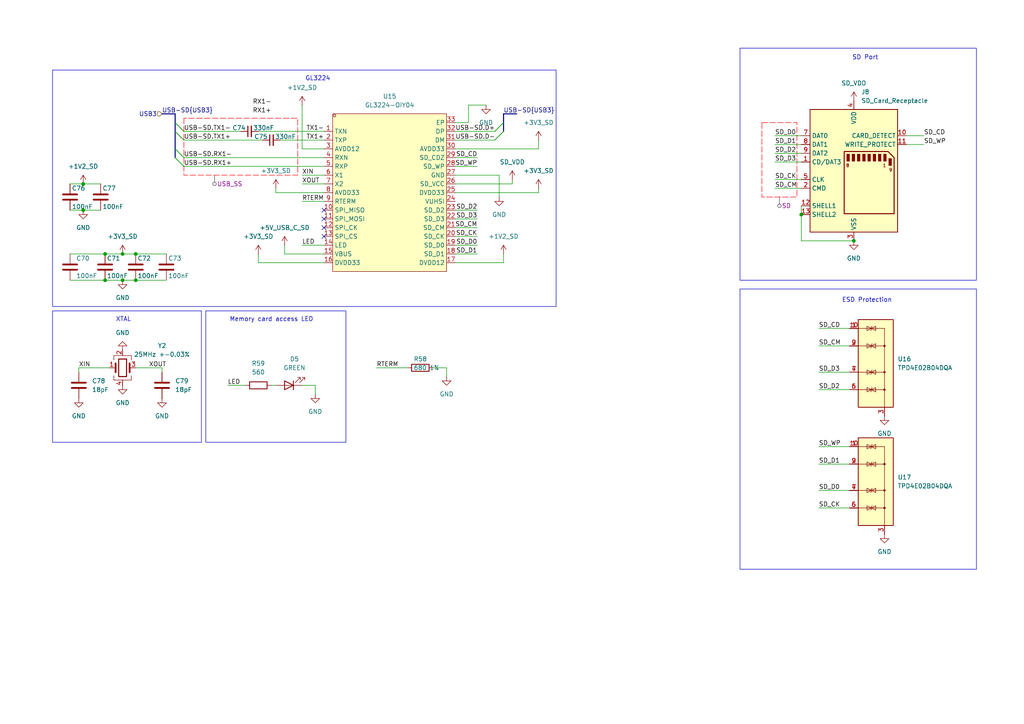
<source format=kicad_sch>
(kicad_sch (version 20250114) (generator "eeschema") (generator_version "9.0")
  (paper "A4")
  (title_block (title "USB Hub"))
  (lib_symbols
    (symbol "Connector:SD_Card_Receptacle"
      (property "Reference" "J" (at -11.938 19.304 0))
      (property "Value" "SD_Card_Receptacle" (at 10.922 -19.558 0))
      (symbol "SD_Card_Receptacle_0_1"
        (rectangle (start -2.032 2.794) (end -1.27 4.826) (fill (type outline)))
        (rectangle (start -0.508 2.794) (end 0.254 4.826) (fill (type outline)))
        (rectangle (start 1.016 2.794) (end 1.778 4.826) (fill (type outline)))
        (rectangle (start 2.54 2.794) (end 3.302 4.826) (fill (type outline)))
        (rectangle (start 4.064 2.794) (end 4.826 4.826) (fill (type outline)))
        (rectangle (start 5.588 2.794) (end 6.35 4.826) (fill (type outline)))
        (rectangle (start 7.112 2.794) (end 7.874 4.826) (fill (type outline)))
        (rectangle (start 8.636 2.794) (end 9.398 4.826) (fill (type outline)))
        (rectangle (start 10.16 1.524) (end 10.922 3.556) (fill (type outline)))
      )
      (symbol "SD_Card_Receptacle_1_1"
        (rectangle (start -12.7 17.78) (end 12.7 -17.78) (stroke (width 0.254)) (fill (type background)))
        (polyline (pts (xy 9.906 5.588) (xy -2.794 5.588) (xy -2.794 -12.446) (xy 11.684 -12.446) (xy 11.684 3.81) (xy 9.906 5.588)) (stroke (width 0.3)))
        (text "8" (at -1.778 1.524 0) (effects (font (size 0.9 0.9))))
        (text "1" (at 8.89 1.524 0) (effects (font (size 0.9 0.9))))
        (text "9" (at 10.668 0.254 0) (effects (font (size 0.9 0.9))))
        (pin bidirectional line (at -15.24 10.16 0) (length 2.54) (name "DAT0") (number "7"))
        (pin bidirectional line (at -15.24 7.62 0) (length 2.54) (name "DAT1") (number "8"))
        (pin bidirectional line (at -15.24 5.08 0) (length 2.54) (name "DAT2") (number "9"))
        (pin bidirectional line (at -15.24 2.54 0) (length 2.54) (name "CD/DAT3") (number "1"))
        (pin input line (at -15.24 -2.54 0) (length 2.54) (name "CLK") (number "5"))
        (pin bidirectional line (at -15.24 -5.08 0) (length 2.54) (name "CMD") (number "2"))
        (pin passive line (at -15.24 -10.16 0) (length 2.54) (name "SHELL1") (number "12"))
        (pin passive line (at -15.24 -12.7 0) (length 2.54) (name "SHELL2") (number "13"))
        (pin power_in line (at 0 20.32 270) (length 2.54) (name "VDD") (number "4"))
        (pin power_in line (at 0 -20.32 90) (length 2.54) (name "VSS") (number "3"))
        (pin passive line (at 0 -20.32 90) (length 2.54) (hide yes) (name "VSS") (number "6"))
        (pin output line (at 15.24 10.16 180) (length 2.54) (name "CARD_DETECT") (number "10"))
        (pin output line (at 15.24 7.62 180) (length 2.54) (name "WRITE_PROTECT") (number "11"))
      )
    )
    (symbol "Device:C" (pin_numbers (hide yes)) (pin_names (offset 0.254))
      (property "Reference" "C" (at 0.635 2.54 0))
      (property "Value" "C" (at 0.635 -2.54 0))
      (symbol "C_0_1"
        (polyline (pts (xy -2.032 0.762) (xy 2.032 0.762)) (stroke (width 0.508)))
        (polyline (pts (xy -2.032 -0.762) (xy 2.032 -0.762)) (stroke (width 0.508)))
      )
      (symbol "C_1_1"
        (pin passive line (at 0 3.81 270) (length 2.794) (name "~") (number "1"))
        (pin passive line (at 0 -3.81 90) (length 2.794) (name "~") (number "2"))
      )
    )
    (symbol "Device:C_Small" (pin_numbers (hide yes)) (pin_names (offset 0.254) (hide yes))
      (property "Reference" "C" (at 0.254 1.778 0))
      (property "Value" "C_Small" (at 0.254 -2.032 0))
      (symbol "C_Small_0_1"
        (polyline (pts (xy -1.524 0.508) (xy 1.524 0.508)) (stroke (width 0.3048)))
        (polyline (pts (xy -1.524 -0.508) (xy 1.524 -0.508)) (stroke (width 0.3302)))
      )
      (symbol "C_Small_1_1"
        (pin passive line (at 0 2.54 270) (length 2.032) (name "~") (number "1"))
        (pin passive line (at 0 -2.54 90) (length 2.032) (name "~") (number "2"))
      )
    )
    (symbol "Device:Crystal_GND23" (pin_names (offset 1.016) (hide yes))
      (property "Reference" "Y2" (at 11.43 6.4202 0))
      (property "Value" "25MHz +-0.03%" (at 11.43 3.8802 0))
      (symbol "Crystal_GND23_0_1"
        (polyline (pts (xy -2.54 2.286) (xy -2.54 3.556) (xy 2.54 3.556) (xy 2.54 2.286)))
        (polyline (pts (xy -2.54 0) (xy -2.032 0)))
        (polyline (pts (xy -2.54 -2.286) (xy -2.54 -3.556) (xy 2.54 -3.556) (xy 2.54 -2.286)))
        (polyline (pts (xy -2.032 -1.27) (xy -2.032 1.27)) (stroke (width 0.508)))
        (rectangle (start -1.143 2.54) (end 1.143 -2.54) (stroke (width 0.3048)))
        (polyline (pts (xy 0 3.556) (xy 0 3.81)))
        (polyline (pts (xy 0 -3.81) (xy 0 -3.556)))
        (polyline (pts (xy 2.032 0) (xy 2.54 0)))
        (polyline (pts (xy 2.032 -1.27) (xy 2.032 1.27)) (stroke (width 0.508)))
      )
      (symbol "Crystal_GND23_1_1"
        (pin passive line (at -3.81 0 0) (length 1.27) (name "1") (number "1"))
        (pin passive line (at 0 5.08 270) (length 1.27) (name "2") (number "2"))
        (pin passive line (at 0 -5.08 90) (length 1.27) (name "4") (number "4"))
        (pin passive line (at 3.81 0 180) (length 1.27) (name "3") (number "3"))
      )
    )
    (symbol "Device:LED" (pin_numbers (hide yes)) (pin_names (offset 1.016) (hide yes))
      (property "Reference" "D" (at 0 2.54 0))
      (property "Value" "LED" (at 0 -2.54 0))
      (symbol "LED_0_1"
        (polyline (pts (xy -3.048 -0.762) (xy -4.572 -2.286) (xy -3.81 -2.286) (xy -4.572 -2.286) (xy -4.572 -1.524)))
        (polyline (pts (xy -1.778 -0.762) (xy -3.302 -2.286) (xy -2.54 -2.286) (xy -3.302 -2.286) (xy -3.302 -1.524)))
        (polyline (pts (xy -1.27 0) (xy 1.27 0)))
        (polyline (pts (xy -1.27 -1.27) (xy -1.27 1.27)) (stroke (width 0.254)))
        (polyline (pts (xy 1.27 -1.27) (xy 1.27 1.27) (xy -1.27 0) (xy 1.27 -1.27)) (stroke (width 0.254)))
      )
      (symbol "LED_1_1"
        (pin passive line (at -3.81 0 0) (length 2.54) (name "K") (number "1"))
        (pin passive line (at 3.81 0 180) (length 2.54) (name "A") (number "2"))
      )
    )
    (symbol "Device:R" (pin_numbers (hide yes)) (pin_names (offset 0))
      (property "Reference" "R" (at 2.032 0 90))
      (property "Value" "R" (at 0 0 90))
      (symbol "R_0_1"
        (rectangle (start -1.016 -2.54) (end 1.016 2.54) (stroke (width 0.254)))
      )
      (symbol "R_1_1"
        (pin passive line (at 0 3.81 270) (length 1.27) (name "~") (number "1"))
        (pin passive line (at 0 -3.81 90) (length 1.27) (name "~") (number "2"))
      )
    )
    (symbol "EasyEDA:GL3224-OIY04"
      (property "Reference" "U" (at 0 25.4 0))
      (property "Value" "GL3224-OIY04" (at 0 -25.4 0))
      (symbol "GL3224-OIY04_0_1"
        (rectangle (start -16.51 22.86) (end 16.51 -22.86) (fill (type background)))
        (circle (center -16 22.35) (radius 0.38))
        (pin unspecified line (at -19.05 17.78 0) (length 2.54) (name "TXN") (number "1"))
        (pin unspecified line (at -19.05 15.24 0) (length 2.54) (name "TXP") (number "2"))
        (pin unspecified line (at -19.05 12.7 0) (length 2.54) (name "AVDD12") (number "3"))
        (pin unspecified line (at -19.05 10.16 0) (length 2.54) (name "RXN") (number "4"))
        (pin unspecified line (at -19.05 7.62 0) (length 2.54) (name "RXP") (number "5"))
        (pin unspecified line (at -19.05 5.08 0) (length 2.54) (name "X1") (number "6"))
        (pin unspecified line (at -19.05 2.54 0) (length 2.54) (name "X2") (number "7"))
        (pin unspecified line (at -19.05 0 0) (length 2.54) (name "AVDD33") (number "8"))
        (pin unspecified line (at -19.05 -2.54 0) (length 2.54) (name "RTERM") (number "9"))
        (pin unspecified line (at -19.05 -5.08 0) (length 2.54) (name "SPI_MISO") (number "10"))
        (pin unspecified line (at -19.05 -7.62 0) (length 2.54) (name "SPI_MOSI") (number "11"))
        (pin unspecified line (at -19.05 -10.16 0) (length 2.54) (name "SPI_CK") (number "12"))
        (pin unspecified line (at -19.05 -12.7 0) (length 2.54) (name "SPI_CS") (number "13"))
        (pin unspecified line (at -19.05 -15.24 0) (length 2.54) (name "LED") (number "14"))
        (pin unspecified line (at -19.05 -17.78 0) (length 2.54) (name "VBUS") (number "15"))
        (pin unspecified line (at -19.05 -20.32 0) (length 2.54) (name "DVDD33") (number "16"))
        (pin unspecified line (at 19.05 20.32 180) (length 2.54) (name "EP") (number "33"))
        (pin unspecified line (at 19.05 17.78 180) (length 2.54) (name "DP") (number "32"))
        (pin unspecified line (at 19.05 15.24 180) (length 2.54) (name "DM") (number "31"))
        (pin unspecified line (at 19.05 12.7 180) (length 2.54) (name "AVDD33") (number "30"))
        (pin unspecified line (at 19.05 10.16 180) (length 2.54) (name "SD_CDZ") (number "29"))
        (pin unspecified line (at 19.05 7.62 180) (length 2.54) (name "SD_WP") (number "28"))
        (pin unspecified line (at 19.05 5.08 180) (length 2.54) (name "GND") (number "27"))
        (pin unspecified line (at 19.05 2.54 180) (length 2.54) (name "SD_VCC") (number "26"))
        (pin unspecified line (at 19.05 0 180) (length 2.54) (name "DVDD33") (number "25"))
        (pin unspecified line (at 19.05 -2.54 180) (length 2.54) (name "VUHSI") (number "24"))
        (pin unspecified line (at 19.05 -5.08 180) (length 2.54) (name "SD_D2") (number "23"))
        (pin unspecified line (at 19.05 -7.62 180) (length 2.54) (name "SD_D3") (number "22"))
        (pin unspecified line (at 19.05 -10.16 180) (length 2.54) (name "SD_CM") (number "21"))
        (pin unspecified line (at 19.05 -12.7 180) (length 2.54) (name "SD_CK") (number "20"))
        (pin unspecified line (at 19.05 -15.24 180) (length 2.54) (name "SD_D0") (number "19"))
        (pin unspecified line (at 19.05 -17.78 180) (length 2.54) (name "SD_D1") (number "18"))
        (pin unspecified line (at 19.05 -20.32 180) (length 2.54) (name "DVDD12") (number "17"))
      )
    )
    (symbol "Snapeda:TPD4E02B04DQA" (pin_names (hide yes))
      (property "Reference" "U" (at 2.54 -11.43 0))
      (property "Value" "TPD4E02B04DQA" (at 7.62 1.905 0))
      (symbol "TPD4E02B04DQA_0_0"
        (pin passive line (at 2.54 -15.24 90) (length 2.54) (name "G") (number "3"))
      )
      (symbol "TPD4E02B04DQA_0_1"
        (rectangle (start -5.08 12.7) (end 5.08 -12.7) (stroke (width 0.254)) (fill (type background)))
        (polyline (pts (xy -5.08 10.16) (xy 2.54 10.16)))
        (polyline (pts (xy -5.08 5.08) (xy 2.54 5.08)))
        (polyline (pts (xy -5.08 -2.54) (xy 2.54 -2.54)))
        (polyline (pts (xy -5.08 -7.62) (xy 2.54 -7.62)))
        (polyline (pts (xy -1.27 10.16) (xy 0 9.525) (xy 0 10.795) (xy -1.27 10.16)))
        (polyline (pts (xy -1.27 5.08) (xy 0 4.445) (xy 0 5.715) (xy -1.27 5.08)))
        (polyline (pts (xy -1.27 -2.54) (xy 0 -3.175) (xy 0 -1.905) (xy -1.27 -2.54)))
        (polyline (pts (xy -1.27 -7.62) (xy 0 -8.255) (xy 0 -6.985) (xy -1.27 -7.62)))
        (polyline (pts (xy 2.54 10.16) (xy 2.54 -12.7)) (stroke (width 0.1524)))
        (circle (center 2.54 5.08) (radius 0.254) (fill (type outline)))
        (circle (center 2.54 -2.54) (radius 0.254) (fill (type outline)))
        (circle (center 2.54 -7.62) (radius 0.254) (fill (type outline)))
      )
      (symbol "TPD4E02B04DQA_1_1"
        (polyline (pts (xy -1.524 9.525) (xy -1.27 9.779) (xy -1.27 10.541) (xy -1.016 10.795)))
        (polyline (pts (xy -1.524 4.445) (xy -1.27 4.699) (xy -1.27 5.461) (xy -1.016 5.715)))
        (polyline (pts (xy -1.524 -3.175) (xy -1.27 -2.921) (xy -1.27 -2.159) (xy -1.016 -1.905)))
        (polyline (pts (xy -1.524 -8.255) (xy -1.27 -8.001) (xy -1.27 -7.239) (xy -1.016 -6.985)))
        (polyline (pts (xy -1.27 10.16) (xy -2.54 9.525) (xy -2.54 10.795) (xy -1.27 10.16)))
        (polyline (pts (xy -1.27 5.08) (xy -2.54 4.445) (xy -2.54 5.715) (xy -1.27 5.08)))
        (polyline (pts (xy -1.27 -2.54) (xy -2.54 -3.175) (xy -2.54 -1.905) (xy -1.27 -2.54)))
        (polyline (pts (xy -1.27 -7.62) (xy -2.54 -8.255) (xy -2.54 -6.985) (xy -1.27 -7.62)))
        (pin passive line (at -7.62 10.16 0) (length 2.54) (name "IO1") (number "1"))
        (pin free line (at -7.62 10.16 0) (length 2.54) (name "NC") (number "10"))
        (pin passive line (at -7.62 5.08 0) (length 2.54) (name "IO2") (number "2"))
        (pin free line (at -7.62 5.08 0) (length 2.54) (name "NC") (number "9"))
        (pin passive line (at -7.62 -2.54 0) (length 2.54) (name "IO3") (number "4"))
        (pin free line (at -7.62 -2.54 0) (length 2.54) (name "NC") (number "7"))
        (pin passive line (at -7.62 -7.62 0) (length 2.54) (name "IO4") (number "5"))
        (pin free line (at -7.62 -7.62 0) (length 2.54) (name "NC") (number "6"))
        (pin passive line (at 2.54 -15.24 90) (length 2.54) (hide yes) (name "G") (number "8"))
      )
    )
    (symbol "power:+1V1" (power) (pin_numbers (hide yes)) (pin_names (offset 0) (hide yes))
      (property "Value" "+1V1" (at 0 3.556 0))
      (symbol "+1V1_0_1"
        (polyline (pts (xy -0.762 1.27) (xy 0 2.54)))
        (polyline (pts (xy 0 2.54) (xy 0.762 1.27)))
        (polyline (pts (xy 0 0) (xy 0 2.54)))
      )
      (symbol "+1V1_1_1"
        (pin power_in line (at 0 0 90) (length 0) (name "~") (number "1"))
      )
    )
    (symbol "power:+1V2" (power) (pin_numbers (hide yes)) (pin_names (offset 0) (hide yes))
      (property "Value" "+1V2" (at 0 3.556 0))
      (symbol "+1V2_0_1"
        (polyline (pts (xy -0.762 1.27) (xy 0 2.54)))
        (polyline (pts (xy 0 2.54) (xy 0.762 1.27)))
        (polyline (pts (xy 0 0) (xy 0 2.54)))
      )
      (symbol "+1V2_1_1"
        (pin power_in line (at 0 0 90) (length 0) (name "~") (number "1"))
      )
    )
    (symbol "power:+3V3" (power) (pin_numbers (hide yes)) (pin_names (offset 0) (hide yes))
      (property "Value" "+3V3" (at 0 3.556 0))
      (symbol "+3V3_0_1"
        (polyline (pts (xy -0.762 1.27) (xy 0 2.54)))
        (polyline (pts (xy 0 2.54) (xy 0.762 1.27)))
        (polyline (pts (xy 0 0) (xy 0 2.54)))
      )
      (symbol "+3V3_1_1"
        (pin power_in line (at 0 0 90) (length 0) (name "~") (number "1"))
      )
    )
    (symbol "power:+5V" (power) (pin_numbers (hide yes)) (pin_names (offset 0) (hide yes))
      (property "Value" "+5V" (at 0 3.556 0))
      (symbol "+5V_0_1"
        (polyline (pts (xy -0.762 1.27) (xy 0 2.54)))
        (polyline (pts (xy 0 2.54) (xy 0.762 1.27)))
        (polyline (pts (xy 0 0) (xy 0 2.54)))
      )
      (symbol "+5V_1_1"
        (pin power_in line (at 0 0 90) (length 0) (name "~") (number "1"))
      )
    )
    (symbol "power:GND" (power) (pin_numbers (hide yes)) (pin_names (offset 0) (hide yes))
      (property "Value" "GND" (at 0 -3.81 0))
      (symbol "GND_0_1"
        (polyline (pts (xy 0 0) (xy 0 -1.27) (xy 1.27 -1.27) (xy 0 -2.54) (xy -1.27 -1.27) (xy 0 -1.27)))
      )
      (symbol "GND_1_1"
        (pin power_in line (at 0 0 270) (length 0) (name "~") (number "1"))
      )
    )
  )
  (bus_alias "USB3" (members "TX1+" "TX1-" "RX1+" "RX1-" "D+" "D-"))
  (rectangle (start 214.63 83.82) (end 283.21 165.1))
  (rectangle (start 59.69 90.17) (end 100.33 128.27))
  (rectangle (start 15.24 90.17) (end 58.42 128.27))
  (rectangle (start 214.63 13.97) (end 283.21 81.28))
  (rectangle (start 15.24 20.32) (end 161.29 88.9))
  (text "Memory card access LED" (at 78.74 92.71 0) (effects (font (size 1.27 1.27))))
  (text "ESD Protection" (at 251.46 87.122 0) (effects (font (size 1.27 1.27))))
  (text "SD Port\n" (at 250.952 16.764 0) (effects (font (size 1.27 1.27))))
  (text "GL3224" (at 92.202 22.86 0) (effects (font (size 1.27 1.27))))
  (text "XTAL\n" (at 35.814 92.71 0) (effects (font (size 1.27 1.27))))
  (junction (at 247.65 69.85))
  (junction (at 24.13 60.96))
  (junction (at 24.13 53.34))
  (junction (at 35.56 81.28))
  (junction (at 35.56 73.66))
  (junction (at 30.48 81.28))
  (junction (at 39.37 81.28))
  (junction (at 30.48 73.66))
  (junction (at 39.37 73.66))
  (junction (at 232.41 62.23))
  (no_connect (at 93.98 63.5))
  (no_connect (at 93.98 60.96))
  (no_connect (at 93.98 66.04))
  (no_connect (at 93.98 68.58))
  (bus_entry (at 53.34 38.1) (size -2.54 -2.54))
  (bus_entry (at 50.8 35.56) (size 2.54 2.54))
  (bus_entry (at 53.34 48.26) (size -2.54 -2.54))
  (bus_entry (at 146.05 35.56) (size -2.54 2.54))
  (bus_entry (at 53.34 40.64) (size -2.54 -2.54))
  (bus_entry (at 143.51 40.64) (size 2.54 -2.54))
  (bus_entry (at 143.51 38.1) (size 2.54 -2.54))
  (bus_entry (at 146.05 38.1) (size -2.54 2.54))
  (bus_entry (at 50.8 45.72) (size 2.54 2.54))
  (bus_entry (at 53.34 45.72) (size -2.54 -2.54))
  (bus_entry (at 50.8 43.18) (size 2.54 2.54))
  (bus_entry (at 50.8 38.1) (size 2.54 2.54))
  (wire (pts (xy 146.05 73.66) (xy 146.05 76.2)))
  (wire (pts (xy 87.63 30.48) (xy 87.63 43.18)))
  (wire (pts (xy 87.63 71.12) (xy 93.98 71.12)))
  (wire (pts (xy 53.34 45.72) (xy 93.98 45.72)))
  (wire (pts (xy 237.49 100.33) (xy 246.38 100.33)))
  (bus (pts (xy 50.8 38.1) (xy 50.8 43.18)))
  (wire (pts (xy 224.79 41.91) (xy 232.41 41.91)))
  (wire (pts (xy 224.79 44.45) (xy 232.41 44.45)))
  (wire (pts (xy 132.08 63.5) (xy 138.43 63.5)))
  (wire (pts (xy 80.01 54.61) (xy 80.01 55.88)))
  (wire (pts (xy 80.01 55.88) (xy 93.98 55.88)))
  (wire (pts (xy 20.32 81.28) (xy 30.48 81.28)))
  (wire (pts (xy 87.63 43.18) (xy 93.98 43.18)))
  (wire (pts (xy 35.56 73.66) (xy 39.37 73.66)))
  (wire (pts (xy 247.65 69.85) (xy 232.41 69.85)))
  (bus (pts (xy 50.8 35.56) (xy 50.8 33.02)))
  (wire (pts (xy 262.89 39.37) (xy 267.97 39.37)))
  (wire (pts (xy 46.99 107.95) (xy 46.99 106.68)))
  (wire (pts (xy 224.79 54.61) (xy 232.41 54.61)))
  (wire (pts (xy 87.63 58.42) (xy 93.98 58.42)))
  (wire (pts (xy 224.79 46.99) (xy 232.41 46.99)))
  (bus (pts (xy 46.99 33.02) (xy 50.8 33.02)))
  (wire (pts (xy 129.54 106.68) (xy 125.73 106.68)))
  (wire (pts (xy 53.34 40.64) (xy 76.2 40.64)))
  (wire (pts (xy 74.93 73.66) (xy 74.93 76.2)))
  (wire (pts (xy 237.49 107.95) (xy 246.38 107.95)))
  (wire (pts (xy 144.78 50.8) (xy 132.08 50.8)))
  (wire (pts (xy 53.34 38.1) (xy 69.85 38.1)))
  (wire (pts (xy 132.08 55.88) (xy 156.21 55.88)))
  (wire (pts (xy 135.89 35.56) (xy 132.08 35.56)))
  (wire (pts (xy 132.08 68.58) (xy 138.43 68.58)))
  (wire (pts (xy 74.93 38.1) (xy 93.98 38.1)))
  (wire (pts (xy 129.54 109.22) (xy 129.54 106.68)))
  (wire (pts (xy 132.08 38.1) (xy 143.51 38.1)))
  (wire (pts (xy 135.89 30.48) (xy 140.97 30.48)))
  (wire (pts (xy 232.41 69.85) (xy 232.41 62.23)))
  (wire (pts (xy 156.21 40.64) (xy 156.21 43.18)))
  (wire (pts (xy 20.32 53.34) (xy 24.13 53.34)))
  (wire (pts (xy 66.04 111.76) (xy 71.12 111.76)))
  (bus (pts (xy 146.05 33.02) (xy 149.86 33.02)))
  (wire (pts (xy 30.48 73.66) (xy 35.56 73.66)))
  (wire (pts (xy 132.08 76.2) (xy 146.05 76.2)))
  (wire (pts (xy 237.49 147.32) (xy 246.38 147.32)))
  (wire (pts (xy 237.49 113.03) (xy 246.38 113.03)))
  (wire (pts (xy 232.41 62.23) (xy 232.41 59.69)))
  (bus (pts (xy 50.8 38.1) (xy 50.8 35.56)))
  (wire (pts (xy 262.89 41.91) (xy 267.97 41.91)))
  (wire (pts (xy 132.08 45.72) (xy 138.43 45.72)))
  (wire (pts (xy 144.78 57.15) (xy 144.78 50.8)))
  (wire (pts (xy 156.21 43.18) (xy 132.08 43.18)))
  (wire (pts (xy 132.08 48.26) (xy 138.43 48.26)))
  (wire (pts (xy 53.34 48.26) (xy 93.98 48.26)))
  (wire (pts (xy 39.37 73.66) (xy 48.26 73.66)))
  (wire (pts (xy 35.56 81.28) (xy 39.37 81.28)))
  (wire (pts (xy 82.55 71.12) (xy 82.55 73.66)))
  (wire (pts (xy 237.49 134.62) (xy 246.38 134.62)))
  (wire (pts (xy 224.79 52.07) (xy 232.41 52.07)))
  (wire (pts (xy 132.08 53.34) (xy 148.59 53.34)))
  (wire (pts (xy 31.75 106.68) (xy 22.86 106.68)))
  (wire (pts (xy 237.49 129.54) (xy 246.38 129.54)))
  (wire (pts (xy 22.86 106.68) (xy 22.86 107.95)))
  (wire (pts (xy 132.08 71.12) (xy 138.43 71.12)))
  (wire (pts (xy 81.28 40.64) (xy 93.98 40.64)))
  (wire (pts (xy 24.13 60.96) (xy 29.21 60.96)))
  (wire (pts (xy 132.08 73.66) (xy 138.43 73.66)))
  (wire (pts (xy 30.48 81.28) (xy 35.56 81.28)))
  (bus (pts (xy 146.05 38.1) (xy 146.05 35.56)))
  (wire (pts (xy 87.63 111.76) (xy 91.44 111.76)))
  (wire (pts (xy 237.49 95.25) (xy 246.38 95.25)))
  (wire (pts (xy 87.63 53.34) (xy 93.98 53.34)))
  (wire (pts (xy 91.44 111.76) (xy 91.44 114.3)))
  (wire (pts (xy 39.37 106.68) (xy 46.99 106.68)))
  (wire (pts (xy 74.93 76.2) (xy 93.98 76.2)))
  (wire (pts (xy 132.08 60.96) (xy 138.43 60.96)))
  (wire (pts (xy 132.08 40.64) (xy 143.51 40.64)))
  (wire (pts (xy 39.37 81.28) (xy 48.26 81.28)))
  (wire (pts (xy 24.13 53.34) (xy 29.21 53.34)))
  (bus (pts (xy 50.8 43.18) (xy 50.8 45.72)))
  (wire (pts (xy 109.22 106.68) (xy 118.11 106.68)))
  (wire (pts (xy 20.32 60.96) (xy 24.13 60.96)))
  (wire (pts (xy 132.08 66.04) (xy 138.43 66.04)))
  (wire (pts (xy 87.63 50.8) (xy 93.98 50.8)))
  (wire (pts (xy 237.49 142.24) (xy 246.38 142.24)))
  (wire (pts (xy 20.32 73.66) (xy 30.48 73.66)))
  (wire (pts (xy 156.21 55.88) (xy 156.21 54.61)))
  (wire (pts (xy 135.89 30.48) (xy 135.89 35.56)))
  (wire (pts (xy 224.79 39.37) (xy 232.41 39.37)))
  (wire (pts (xy 148.59 52.07) (xy 148.59 53.34)))
  (wire (pts (xy 78.74 111.76) (xy 80.01 111.76)))
  (wire (pts (xy 93.98 73.66) (xy 82.55 73.66)))
  (bus (pts (xy 146.05 35.56) (xy 146.05 33.02)))
  (label "SD_D2" (at 138.43 60.96 180))
  (label "SD_CK" (at 224.79 52.07 0))
  (label "SD_D0" (at 138.43 71.12 180))
  (label "XOUT" (at 43.18 106.68 0))
  (label "XIN" (at 87.63 50.8 0))
  (label "USB-SD.TX1+" (at 53.34 40.64 0))
  (label "LED" (at 66.04 111.76 0))
  (label "USB-SD{USB3}" (at 146.05 33.02 0))
  (label "SD_D0" (at 224.79 39.37 0))
  (label "SD_WP" (at 237.49 129.54 0))
  (label "SD_CD" (at 138.43 45.72 180))
  (label "SD_CM" (at 224.79 54.61 0))
  (label "SD_D0" (at 237.49 142.24 0))
  (label "RX1-" (at 78.74 30.48 180))
  (label "XOUT" (at 87.63 53.34 0))
  (label "RTERM" (at 109.22 106.68 0))
  (label "USB-SD.D+" (at 132.08 38.1 0))
  (label "SD_CK" (at 237.49 147.32 0))
  (label "USB-SD.RX1-" (at 53.34 45.72 0))
  (label "TX1-" (at 93.98 38.1 180))
  (label "SD_CD" (at 267.97 39.37 0))
  (label "LED" (at 87.63 71.12 0))
  (label "USB-SD.TX1-" (at 53.34 38.1 0))
  (label "SD_D2" (at 237.49 113.03 0))
  (label "SD_D1" (at 224.79 41.91 0))
  (label "SD_D3" (at 237.49 107.95 0))
  (label "RX1+" (at 78.74 33.02 180))
  (label "RTERM" (at 87.63 58.42 0))
  (label "SD_D2" (at 224.79 44.45 0))
  (label "SD_CM" (at 237.49 100.33 0))
  (label "SD_CD" (at 237.49 95.25 0))
  (label "SD_D3" (at 138.43 63.5 180))
  (label "SD_D1" (at 237.49 134.62 0))
  (label "USB-SD.D-" (at 132.08 40.64 0))
  (label "SD_WP" (at 267.97 41.91 0))
  (label "SD_WP" (at 138.43 48.26 180))
  (label "SD_CM" (at 138.43 66.04 180))
  (label "SD_D1" (at 138.43 73.66 180))
  (label "XIN" (at 22.86 106.68 0))
  (label "SD_CK" (at 138.43 68.58 180))
  (label "USB-SD.RX1+" (at 53.34 48.26 0))
  (label "USB-SD{USB3}" (at 46.99 33.02 0))
  (label "SD_D3" (at 224.79 46.99 0))
  (label "TX1+" (at 93.98 40.64 180))
  (hierarchical_label "USB3" (shape input) (at 46.99 33.02 180))
  (rule_area (polyline (pts (xy 220.98 35.56) (xy 231.14 35.56) (xy 231.14 57.15) (xy 220.98 57.15)) (stroke (width 0) (type dash))))
  (rule_area (polyline (pts (xy 53.34 34.29) (xy 53.34 50.8) (xy 86.36 50.8) (xy 86.36 34.29)) (stroke (width 0) (type dash))))
  (netclass_flag "" (length 2.54) (shape round) (at 226.06 57.15 180) (property "Netclass" "SD" (at 226.7585 59.69 0) (effects (justify left))))
  (netclass_flag "" (length 2.54) (shape round) (at 62.23 50.8 180) (property "Netclass" "USB_SS" (at 62.9285 53.34 0) (effects (justify left))))
  (symbol (lib_id "power:+3V3") (at 35.56 73.66 0) (unit 1)
    (property "Reference" "#PWR0110" (effects (hide yes)))
    (property "Value" "+3V3_SD" (at 35.56 68.58 0))
    (property "Description" "Power symbol creates a global label with name \"+3V3\"" (effects (hide yes)))
  )
  (symbol (lib_id "Device:C") (at 20.32 57.15 0) (unit 1)
    (property "Reference" "C76" (at 20.828 54.61 0) (effects (justify left)))
    (property "Value" "100nF" (at 20.828 59.944 0) (effects (justify left)))
    (property "Footprint" "Capacitor_SMD:C_0201_0603Metric" (effects (hide yes)))
    (property "Description" "Unpolarized capacitor" (effects (hide yes)))
    (property "LCSC Part" "C181043 " (effects (hide yes)))
  )
  (symbol (lib_id "Device:C") (at 46.99 111.76 180) (unit 1)
    (property "Reference" "C79" (at 50.8 110.4899 0) (effects (justify right)))
    (property "Value" "18pF" (at 50.8 113.0299 0) (effects (justify right)))
    (property "Footprint" "Capacitor_SMD:C_0402_1005Metric" (effects (hide yes)))
    (property "Description" "Unpolarized capacitor" (effects (hide yes)))
    (property "LCSC Part" "C33149" (effects (hide yes)))
  )
  (symbol (lib_id "Connector:SD_Card_Receptacle") (at 247.65 49.53 0) (unit 1)
    (property "Reference" "J8" (at 249.7933 26.67 0) (effects (justify left)))
    (property "Value" "SD_Card_Receptacle" (at 249.7933 29.21 0) (effects (justify left)))
    (property "Footprint" "SamacSys_Parts:SD2A" (effects (hide yes)))
    (property "Datasheet" "http://portal.fciconnect.com/Comergent//fci/drawing/10067847.pdf" (effects (hide yes)))
    (property "Description" "SD card receptacle" (effects (hide yes)))
    (property "Mouser Part No " "179-SD-2-A " (effects (hide yes)))
  )
  (symbol (lib_id "Device:C") (at 48.26 77.47 0) (unit 1)
    (property "Reference" "C73" (at 48.768 74.93 0) (effects (justify left)))
    (property "Value" "100nF" (at 48.768 80.01 0) (effects (justify left)))
    (property "Footprint" "Capacitor_SMD:C_0201_0603Metric" (effects (hide yes)))
    (property "Description" "Unpolarized capacitor" (effects (hide yes)))
    (property "LCSC Part" "C181043 " (effects (hide yes)))
  )
  (symbol (lib_id "power:GND") (at 247.65 69.85 0) (unit 1)
    (property "Reference" "#PWR0122" (effects (hide yes)))
    (property "Value" "GND" (at 247.65 74.93 0))
    (property "Description" "Power symbol creates a global label with name \"GND\" , ground" (effects (hide yes)))
  )
  (symbol (lib_id "power:+3V3") (at 156.21 40.64 0) (unit 1)
    (property "Reference" "#PWR0114" (effects (hide yes)))
    (property "Value" "+3V3_SD" (at 156.21 35.56 0))
    (property "Description" "Power symbol creates a global label with name \"+3V3\"" (effects (hide yes)))
  )
  (symbol (lib_id "power:GND") (at 129.54 109.22 0) (unit 1)
    (property "Reference" "#PWR0126" (effects (hide yes)))
    (property "Value" "GND" (at 129.54 114.3 0))
    (property "Description" "Power symbol creates a global label with name \"GND\" , ground" (effects (hide yes)))
  )
  (symbol (lib_id "power:+1V2") (at 146.05 73.66 0) (unit 1)
    (property "Reference" "#PWR0125" (effects (hide yes)))
    (property "Value" "+1V2_SD" (at 146.05 68.58 0))
    (property "Description" "Power symbol creates a global label with name \"+1V2\"" (effects (hide yes)))
  )
  (symbol (lib_id "Device:C_Small") (at 78.74 40.64 90) (unit 1)
    (property "Reference" "C75" (at 75.692 39.624 90))
    (property "Value" "330nF" (at 82.804 39.624 90))
    (property "Footprint" "Capacitor_SMD:C_0201_0603Metric" (effects (hide yes)))
    (property "Description" "Unpolarized capacitor, small symbol" (effects (hide yes)))
    (property "LCSC Part" "C2980695 " (effects (hide yes)))
  )
  (symbol (lib_id "power:+1V2") (at 24.13 53.34 0) (unit 1)
    (property "Reference" "#PWR0119" (effects (hide yes)))
    (property "Value" "+1V2_SD" (at 24.13 48.26 0))
    (property "Description" "Power symbol creates a global label with name \"+1V2\"" (effects (hide yes)))
  )
  (symbol (lib_id "power:GND") (at 35.56 81.28 0) (unit 1)
    (property "Reference" "#PWR0113" (effects (hide yes)))
    (property "Value" "GND" (at 35.56 86.36 0))
    (property "Description" "Power symbol creates a global label with name \"GND\" , ground" (effects (hide yes)))
  )
  (symbol (lib_id "power:+3V3") (at 74.93 73.66 0) (unit 1)
    (property "Reference" "#PWR0124" (effects (hide yes)))
    (property "Value" "+3V3_SD" (at 74.93 68.58 0))
    (property "Description" "Power symbol creates a global label with name \"+3V3\"" (effects (hide yes)))
  )
  (symbol (lib_id "Device:C") (at 30.48 77.47 0) (unit 1)
    (property "Reference" "C71" (at 30.988 74.93 0) (effects (justify left)))
    (property "Value" "100nF" (at 30.988 80.01 0) (effects (justify left)))
    (property "Footprint" "Capacitor_SMD:C_0201_0603Metric" (effects (hide yes)))
    (property "Description" "Unpolarized capacitor" (effects (hide yes)))
    (property "LCSC Part" "C181043 " (effects (hide yes)))
  )
  (symbol (lib_id "power:GND") (at 22.86 115.57 0) (unit 1)
    (property "Reference" "#PWR0130" (effects (hide yes)))
    (property "Value" "GND" (at 22.86 120.65 0))
    (property "Description" "Power symbol creates a global label with name \"GND\" , ground" (effects (hide yes)))
  )
  (symbol (lib_id "power:+1V1") (at 247.65 29.21 0) (unit 1)
    (property "Reference" "#PWR0111" (effects (hide yes)))
    (property "Value" "SD_VDD" (at 247.65 24.13 0))
    (property "Description" "Power symbol creates a global label with name \"+1V1\"" (effects (hide yes)))
  )
  (symbol (lib_id "power:GND") (at 256.54 120.65 0) (unit 1)
    (property "Reference" "#PWR0132" (effects (hide yes)))
    (property "Value" "GND" (at 256.54 125.73 0))
    (property "Description" "Power symbol creates a global label with name \"GND\" , ground" (effects (hide yes)))
  )
  (symbol (lib_id "power:GND") (at 144.78 57.15 0) (unit 1)
    (property "Reference" "#PWR0120" (effects (hide yes)))
    (property "Value" "GND" (at 144.78 62.23 0))
    (property "Description" "Power symbol creates a global label with name \"GND\" , ground" (effects (hide yes)))
  )
  (symbol (lib_id "Device:C_Small") (at 72.39 38.1 90) (unit 1)
    (property "Reference" "C74" (at 69.342 37.084 90))
    (property "Value" "330nF" (at 76.454 37.084 90))
    (property "Footprint" "Capacitor_SMD:C_0201_0603Metric" (effects (hide yes)))
    (property "Description" "Unpolarized capacitor, small symbol" (effects (hide yes)))
    (property "LCSC Part" "C2980695 " (effects (hide yes)))
  )
  (symbol (lib_id "power:GND") (at 91.44 114.3 0) (unit 1)
    (property "Reference" "#PWR0129" (effects (hide yes)))
    (property "Value" "GND" (at 91.44 119.38 0))
    (property "Description" "Power symbol creates a global label with name \"GND\" , ground" (effects (hide yes)))
  )
  (symbol (lib_id "power:GND") (at 35.56 111.76 0) (unit 1)
    (property "Reference" "#PWR0128" (effects (hide yes)))
    (property "Value" "GND" (at 35.56 116.84 0))
    (property "Description" "Power symbol creates a global label with name \"GND\" , ground" (effects (hide yes)))
  )
  (symbol (lib_id "power:GND") (at 35.56 101.6 180) (unit 1)
    (property "Reference" "#PWR0127" (effects (hide yes)))
    (property "Value" "GND" (at 35.56 96.52 0))
    (property "Description" "Power symbol creates a global label with name \"GND\" , ground" (effects (hide yes)))
  )
  (symbol (lib_id "Device:C") (at 39.37 77.47 0) (unit 1)
    (property "Reference" "C72" (at 39.878 74.93 0) (effects (justify left)))
    (property "Value" "100nF" (at 39.878 80.01 0) (effects (justify left)))
    (property "Footprint" "Capacitor_SMD:C_0201_0603Metric" (effects (hide yes)))
    (property "Description" "Unpolarized capacitor" (effects (hide yes)))
    (property "LCSC Part" "C181043 " (effects (hide yes)))
  )
  (symbol (lib_id "Device:C") (at 22.86 111.76 180) (unit 1)
    (property "Reference" "C78" (at 26.67 110.4899 0) (effects (justify right)))
    (property "Value" "18pF" (at 26.67 113.0299 0) (effects (justify right)))
    (property "Footprint" "Capacitor_SMD:C_0402_1005Metric" (effects (hide yes)))
    (property "Description" "Unpolarized capacitor" (effects (hide yes)))
    (property "LCSC Part" "C33149" (effects (hide yes)))
  )
  (symbol (lib_id "EasyEDA:GL3224-OIY04") (at 113.03 55.88 0) (unit 1)
    (property "Reference" "U15" (at 113.03 27.94 0))
    (property "Value" "GL3224-OIY04" (at 113.03 30.48 0))
    (property "Footprint" "EasyEDA:HQFN-32_L5.0-W5.0-P0.50-BL-EP3.0" (effects (hide yes)))
    (property "Datasheet" "https://lcsc.com/product-detail/USB_GENESYS_GL3224-OIY04_GL3224-OIY04_C157357.html" (effects (hide yes)))
    (property "LCSC Part" "C157357" (effects (hide yes)))
  )
  (symbol (lib_id "Device:R") (at 121.92 106.68 90) (unit 1)
    (property "Reference" "R58" (at 121.92 104.14 90))
    (property "Value" "680 1%" (at 123.698 106.68 90))
    (property "Footprint" "Resistor_SMD:R_0402_1005Metric" (effects (hide yes)))
    (property "Description" "Resistor" (effects (hide yes)))
    (property "LCSC Part" "C25130" (effects (hide yes)))
  )
  (symbol (lib_id "power:+1V1") (at 148.59 52.07 0) (unit 1)
    (property "Reference" "#PWR0116" (effects (hide yes)))
    (property "Value" "SD_VDD" (at 148.59 46.99 0))
    (property "Description" "Power symbol creates a global label with name \"+1V1\"" (effects (hide yes)))
  )
  (symbol (lib_id "Device:Crystal_GND23") (at 35.56 106.68 0) (unit 1)
    (property "Reference" "Y2" (at 46.99 100.2598 0))
    (property "Value" "25MHz +-0.03%" (at 46.99 102.7998 0))
    (property "Footprint" "Crystal:Crystal_SMD_3225-4Pin_3.2x2.5mm" (effects (hide yes)))
    (property "Description" "Four pin crystal, GND on pins 2 and 3" (effects (hide yes)))
    (property "LCSC Part" "C179643" (effects (hide yes)))
  )
  (symbol (lib_id "Device:C") (at 29.21 57.15 0) (unit 1)
    (property "Reference" "C77" (at 29.718 54.61 0) (effects (justify left)))
    (property "Value" "100nF" (at 29.718 59.944 0) (effects (justify left)))
    (property "Footprint" "Capacitor_SMD:C_0201_0603Metric" (effects (hide yes)))
    (property "Description" "Unpolarized capacitor" (effects (hide yes)))
    (property "LCSC Part" "C181043 " (effects (hide yes)))
  )
  (symbol (lib_id "Snapeda:TPD4E02B04DQA") (at 254 105.41 0) (unit 1)
    (property "Reference" "U16" (at 260.35 104.1399 0) (effects (justify left)))
    (property "Value" "TPD4E02B04DQA" (at 260.35 106.6799 0) (effects (justify left)))
    (property "Footprint" "Package_SON:USON-10_2.5x1.0mm_P0.5mm" (effects (hide yes)))
    (property "Datasheet" "http://www.ti.com/lit/ds/symlink/tpd4e02b04.pdf" (effects (hide yes)))
    (property "Description" "4-Channel ESD Protection Diode for USB Type-C and HDMI 2.0, USON-10" (effects (hide yes)))
    (property "LCSC Part" "C106794" (effects (hide yes)))
  )
  (symbol (lib_id "power:GND") (at 140.97 30.48 0) (unit 1)
    (property "Reference" "#PWR0112" (effects (hide yes)))
    (property "Value" "GND" (at 140.97 35.56 0))
    (property "Description" "Power symbol creates a global label with name \"GND\" , ground" (effects (hide yes)))
  )
  (symbol (lib_id "power:GND") (at 256.54 154.94 0) (unit 1)
    (property "Reference" "#PWR0133" (effects (hide yes)))
    (property "Value" "GND" (at 256.54 160.02 0))
    (property "Description" "Power symbol creates a global label with name \"GND\" , ground" (effects (hide yes)))
  )
  (symbol (lib_id "power:+3V3") (at 80.01 54.61 0) (unit 1)
    (property "Reference" "#PWR0117" (effects (hide yes)))
    (property "Value" "+3V3_SD" (at 80.01 49.53 0))
    (property "Description" "Power symbol creates a global label with name \"+3V3\"" (effects (hide yes)))
  )
  (symbol (lib_id "power:GND") (at 24.13 60.96 0) (unit 1)
    (property "Reference" "#PWR0121" (effects (hide yes)))
    (property "Value" "GND" (at 24.13 66.04 0))
    (property "Description" "Power symbol creates a global label with name \"GND\" , ground" (effects (hide yes)))
  )
  (symbol (lib_id "power:GND") (at 46.99 115.57 0) (unit 1)
    (property "Reference" "#PWR0131" (effects (hide yes)))
    (property "Value" "GND" (at 46.99 120.65 0))
    (property "Description" "Power symbol creates a global label with name \"GND\" , ground" (effects (hide yes)))
  )
  (symbol (lib_id "Device:LED") (at 83.82 111.76 180) (unit 1)
    (property "Reference" "D5" (at 85.4075 104.14 0))
    (property "Value" "GREEN" (at 85.4075 106.68 0))
    (property "Footprint" "LED_SMD:LED_0603_1608Metric" (effects (hide yes)))
    (property "Description" "Light emitting diode" (effects (hide yes)))
    (property "Sim.Pins" "1=K 2=A" (effects (hide yes)))
    (property "LCSC Part" "C22371298" (effects (hide yes)))
  )
  (symbol (lib_id "Device:C") (at 20.32 77.47 0) (unit 1)
    (property "Reference" "C70" (at 22.098 74.93 0) (effects (justify left)))
    (property "Value" "100nF" (at 22.098 80.01 0) (effects (justify left)))
    (property "Footprint" "Capacitor_SMD:C_0201_0603Metric" (effects (hide yes)))
    (property "Description" "Unpolarized capacitor" (effects (hide yes)))
    (property "LCSC Part" "C181043 " (effects (hide yes)))
  )
  (symbol (lib_id "Snapeda:TPD4E02B04DQA") (at 254 139.7 0) (unit 1)
    (property "Reference" "U17" (at 260.35 138.4299 0) (effects (justify left)))
    (property "Value" "TPD4E02B04DQA" (at 260.35 140.9699 0) (effects (justify left)))
    (property "Footprint" "Package_SON:USON-10_2.5x1.0mm_P0.5mm" (effects (hide yes)))
    (property "Datasheet" "http://www.ti.com/lit/ds/symlink/tpd4e02b04.pdf" (effects (hide yes)))
    (property "Description" "4-Channel ESD Protection Diode for USB Type-C and HDMI 2.0, USON-10" (effects (hide yes)))
    (property "LCSC Part" "C106794" (effects (hide yes)))
  )
  (symbol (lib_id "power:+3V3") (at 156.21 54.61 0) (unit 1)
    (property "Reference" "#PWR0118" (effects (hide yes)))
    (property "Value" "+3V3_SD" (at 156.21 49.53 0))
    (property "Description" "Power symbol creates a global label with name \"+3V3\"" (effects (hide yes)))
  )
  (symbol (lib_id "power:+1V2") (at 87.63 30.48 0) (unit 1)
    (property "Reference" "#PWR0115" (effects (hide yes)))
    (property "Value" "+1V2_SD" (at 87.63 25.4 0))
    (property "Description" "Power symbol creates a global label with name \"+1V2\"" (effects (hide yes)))
  )
  (symbol (lib_id "power:+5V") (at 82.55 71.12 0) (unit 1)
    (property "Reference" "#PWR0123" (effects (hide yes)))
    (property "Value" "+5V_USB_C_SD" (at 82.55 66.04 0))
    (property "Description" "Power symbol creates a global label with name \"+5V\"" (effects (hide yes)))
  )
  (symbol (lib_id "Device:R") (at 74.93 111.76 90) (unit 1)
    (property "Reference" "R59" (at 74.93 105.41 90))
    (property "Value" "560" (at 74.93 107.95 90))
    (property "Footprint" "Resistor_SMD:R_0402_1005Metric" (effects (hide yes)))
    (property "Description" "Resistor" (effects (hide yes)))
    (property "LCSC Part" "C137858 " (effects (hide yes)))
  )
)
</source>
